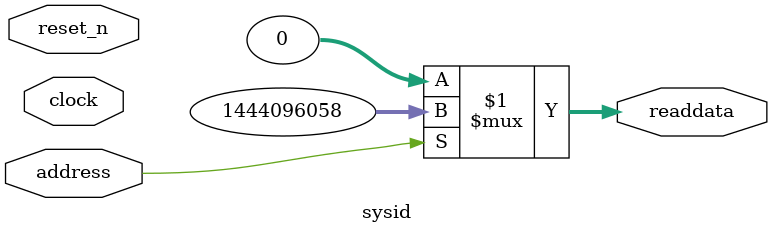
<source format=v>

`timescale 1ns / 1ps
// synthesis translate_on

// turn off superfluous verilog processor warnings 
// altera message_level Level1 
// altera message_off 10034 10035 10036 10037 10230 10240 10030 

module sysid (
               // inputs:
                address,
                clock,
                reset_n,

               // outputs:
                readdata
             )
;

  output  [ 31: 0] readdata;
  input            address;
  input            clock;
  input            reset_n;

  wire    [ 31: 0] readdata;
  //control_slave, which is an e_avalon_slave
  assign readdata = address ? 1444096058 : 0;

endmodule


</source>
